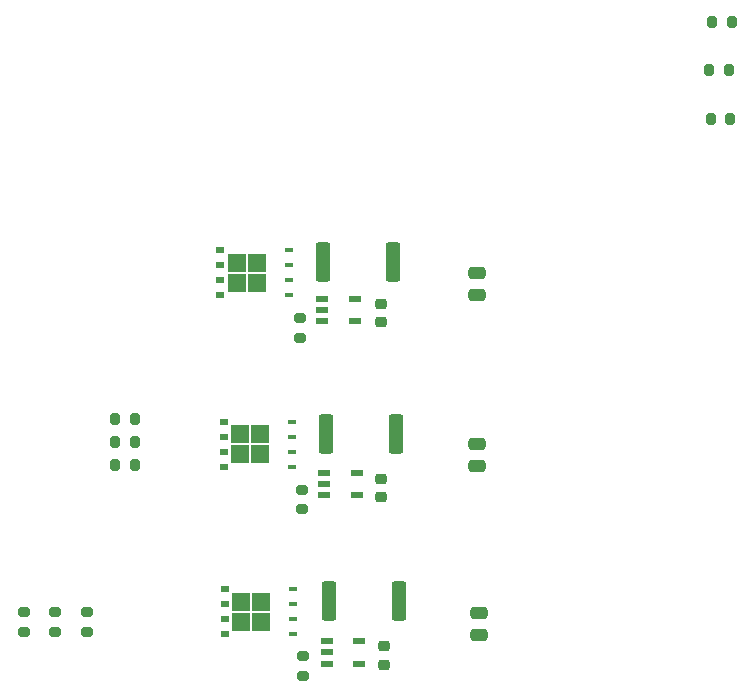
<source format=gbr>
%TF.GenerationSoftware,KiCad,Pcbnew,7.0.9*%
%TF.CreationDate,2023-12-30T21:06:32-05:00*%
%TF.ProjectId,esc,6573632e-6b69-4636-9164-5f7063625858,rev?*%
%TF.SameCoordinates,Original*%
%TF.FileFunction,Paste,Bot*%
%TF.FilePolarity,Positive*%
%FSLAX46Y46*%
G04 Gerber Fmt 4.6, Leading zero omitted, Abs format (unit mm)*
G04 Created by KiCad (PCBNEW 7.0.9) date 2023-12-30 21:06:32*
%MOMM*%
%LPD*%
G01*
G04 APERTURE LIST*
G04 Aperture macros list*
%AMRoundRect*
0 Rectangle with rounded corners*
0 $1 Rounding radius*
0 $2 $3 $4 $5 $6 $7 $8 $9 X,Y pos of 4 corners*
0 Add a 4 corners polygon primitive as box body*
4,1,4,$2,$3,$4,$5,$6,$7,$8,$9,$2,$3,0*
0 Add four circle primitives for the rounded corners*
1,1,$1+$1,$2,$3*
1,1,$1+$1,$4,$5*
1,1,$1+$1,$6,$7*
1,1,$1+$1,$8,$9*
0 Add four rect primitives between the rounded corners*
20,1,$1+$1,$2,$3,$4,$5,0*
20,1,$1+$1,$4,$5,$6,$7,0*
20,1,$1+$1,$6,$7,$8,$9,0*
20,1,$1+$1,$8,$9,$2,$3,0*%
G04 Aperture macros list end*
%ADD10R,1.000000X0.599999*%
%ADD11R,1.500000X1.500000*%
%ADD12R,0.750000X0.500000*%
%ADD13R,0.750000X0.400000*%
%ADD14RoundRect,0.250000X-0.362500X-1.425000X0.362500X-1.425000X0.362500X1.425000X-0.362500X1.425000X0*%
%ADD15RoundRect,0.250000X0.475000X-0.250000X0.475000X0.250000X-0.475000X0.250000X-0.475000X-0.250000X0*%
%ADD16RoundRect,0.200000X0.275000X-0.200000X0.275000X0.200000X-0.275000X0.200000X-0.275000X-0.200000X0*%
%ADD17RoundRect,0.200000X0.200000X0.275000X-0.200000X0.275000X-0.200000X-0.275000X0.200000X-0.275000X0*%
%ADD18RoundRect,0.225000X-0.250000X0.225000X-0.250000X-0.225000X0.250000X-0.225000X0.250000X0.225000X0*%
%ADD19RoundRect,0.200000X-0.200000X-0.275000X0.200000X-0.275000X0.200000X0.275000X-0.200000X0.275000X0*%
G04 APERTURE END LIST*
D10*
%TO.C,U302*%
X68610207Y-110730544D03*
X68610207Y-109780543D03*
X68610207Y-108830545D03*
X71360207Y-108830545D03*
X71360207Y-110730544D03*
%TD*%
%TO.C,U202*%
X68850206Y-124976545D03*
X68850206Y-124026544D03*
X68850206Y-123076546D03*
X71600206Y-123076546D03*
X71600206Y-124976545D03*
%TD*%
%TO.C,U402*%
X71222207Y-95981545D03*
X71222207Y-94081546D03*
X68472207Y-94081546D03*
X68472207Y-95031544D03*
X68472207Y-95981545D03*
%TD*%
D11*
%TO.C,Q402*%
X62941207Y-92745544D03*
X62941207Y-91045544D03*
X61241207Y-92745544D03*
X61241207Y-91045544D03*
D12*
X59836207Y-93800544D03*
X59836207Y-92530544D03*
X59836207Y-91260544D03*
X59836207Y-89990544D03*
D13*
X65641207Y-89990544D03*
X65641207Y-91260544D03*
X65641207Y-92530544D03*
X65641207Y-93800544D03*
%TD*%
D14*
%TO.C,R203*%
X68999207Y-119708544D03*
X74924207Y-119708544D03*
%TD*%
D15*
%TO.C,C201*%
X81733207Y-122583494D03*
X81733207Y-120683494D03*
%TD*%
D16*
%TO.C,R402*%
X66567207Y-97380544D03*
X66567207Y-95730544D03*
%TD*%
%TO.C,R110*%
X48500207Y-122286544D03*
X48500207Y-120636544D03*
%TD*%
%TO.C,R302*%
X66710207Y-111897544D03*
X66710207Y-110247544D03*
%TD*%
%TO.C,R112*%
X43166207Y-122286544D03*
X43166207Y-120636544D03*
%TD*%
D17*
%TO.C,R115*%
X52564207Y-104252794D03*
X50914207Y-104252794D03*
%TD*%
D18*
%TO.C,C405*%
X73425207Y-94510544D03*
X73425207Y-96060544D03*
%TD*%
%TO.C,C205*%
X73654207Y-123505544D03*
X73654207Y-125055544D03*
%TD*%
D15*
%TO.C,C401*%
X81520207Y-93765394D03*
X81520207Y-91865394D03*
%TD*%
%TO.C,C301*%
X81520207Y-108251544D03*
X81520207Y-106351544D03*
%TD*%
D17*
%TO.C,R108*%
X102851000Y-74676000D03*
X101201000Y-74676000D03*
%TD*%
%TO.C,R109*%
X102978000Y-78867000D03*
X101328000Y-78867000D03*
%TD*%
D11*
%TO.C,Q302*%
X63199207Y-107262544D03*
X63199207Y-105562544D03*
X61499207Y-107262544D03*
X61499207Y-105562544D03*
D12*
X60094207Y-108317544D03*
X60094207Y-107047544D03*
X60094207Y-105777544D03*
X60094207Y-104507544D03*
D13*
X65899207Y-104507544D03*
X65899207Y-105777544D03*
X65899207Y-107047544D03*
X65899207Y-108317544D03*
%TD*%
D16*
%TO.C,R202*%
X66796207Y-125994544D03*
X66796207Y-124344544D03*
%TD*%
D19*
%TO.C,R107*%
X101455000Y-70612000D03*
X103105000Y-70612000D03*
%TD*%
D16*
%TO.C,R111*%
X45833207Y-122259544D03*
X45833207Y-120609544D03*
%TD*%
D17*
%TO.C,R113*%
X52564207Y-108189794D03*
X50914207Y-108189794D03*
%TD*%
D14*
%TO.C,R403*%
X68557707Y-90967544D03*
X74482707Y-90967544D03*
%TD*%
%TO.C,R303*%
X68778707Y-105523544D03*
X74703707Y-105523544D03*
%TD*%
D17*
%TO.C,R114*%
X52564207Y-106187794D03*
X50914207Y-106187794D03*
%TD*%
D18*
%TO.C,C305*%
X73392207Y-109307544D03*
X73392207Y-110857544D03*
%TD*%
D11*
%TO.C,Q202*%
X63297207Y-121449344D03*
X63297207Y-119749344D03*
X61597207Y-121449344D03*
X61597207Y-119749344D03*
D12*
X60192207Y-122504344D03*
X60192207Y-121234344D03*
X60192207Y-119964344D03*
X60192207Y-118694344D03*
D13*
X65997207Y-118694344D03*
X65997207Y-119964344D03*
X65997207Y-121234344D03*
X65997207Y-122504344D03*
%TD*%
M02*

</source>
